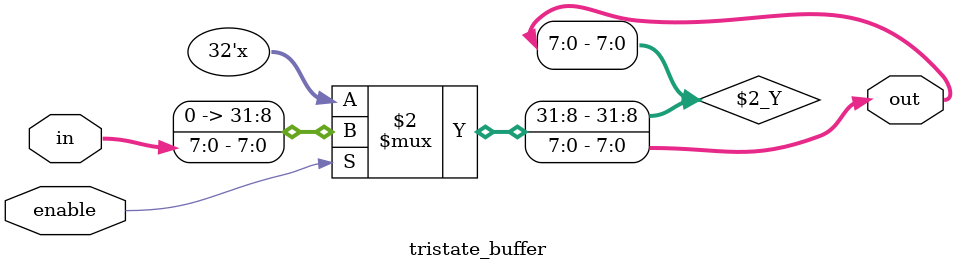
<source format=v>
module tristate_buffer(
  input [WIDTH-1:0] in,
  input enable,
  output [WIDTH-1:0] out
);

  parameter WIDTH = 8;

  assign out = enable ? in : 'bz;

endmodule

</source>
